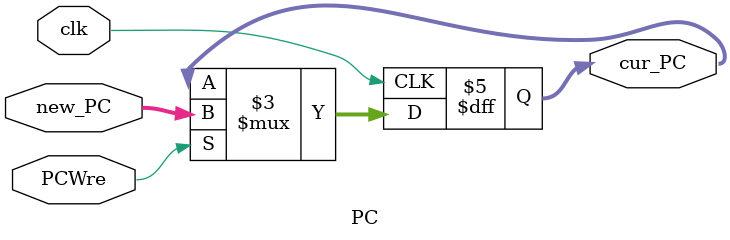
<source format=v>
`timescale 1ns / 1ps


module PC(
    input clk, 
    input PCWre,//0 ²»¸üÐÂ 1 ¸üÐÂ
    input [31:0]new_PC,
    output  reg[31:0]cur_PC
 );
  always @(posedge clk)begin//Ê±ÐòÂß¼­
      if(PCWre==1'b1)
         cur_PC<=new_PC;
  end
endmodule

</source>
